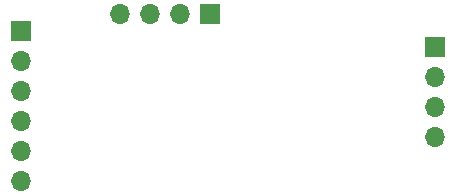
<source format=gbr>
%TF.GenerationSoftware,KiCad,Pcbnew,7.0.5*%
%TF.CreationDate,2023-10-03T15:35:51+05:30*%
%TF.ProjectId,ADS122C04,41445331-3232-4433-9034-2e6b69636164,rev?*%
%TF.SameCoordinates,Original*%
%TF.FileFunction,Soldermask,Bot*%
%TF.FilePolarity,Negative*%
%FSLAX46Y46*%
G04 Gerber Fmt 4.6, Leading zero omitted, Abs format (unit mm)*
G04 Created by KiCad (PCBNEW 7.0.5) date 2023-10-03 15:35:51*
%MOMM*%
%LPD*%
G01*
G04 APERTURE LIST*
%ADD10R,1.700000X1.700000*%
%ADD11O,1.700000X1.700000*%
G04 APERTURE END LIST*
D10*
%TO.C,J1*%
X177901600Y-97028000D03*
D11*
X177901600Y-99568000D03*
X177901600Y-102108000D03*
X177901600Y-104648000D03*
X177901600Y-107188000D03*
X177901600Y-109728000D03*
%TD*%
D10*
%TO.C,J2*%
X212953600Y-98348800D03*
D11*
X212953600Y-100888800D03*
X212953600Y-103428800D03*
X212953600Y-105968800D03*
%TD*%
D10*
%TO.C,J3*%
X193954400Y-95605600D03*
D11*
X191414400Y-95605600D03*
X188874400Y-95605600D03*
X186334400Y-95605600D03*
%TD*%
M02*

</source>
